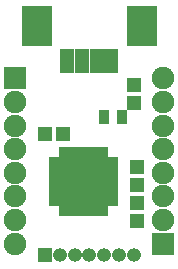
<source format=gts>
G04 #@! TF.FileFunction,Soldermask,Top*
%FSLAX46Y46*%
G04 Gerber Fmt 4.6, Leading zero omitted, Abs format (unit mm)*
G04 Created by KiCad (PCBNEW 4.0.1-stable) date 2016 March 10, Thursday 23:14:04*
%MOMM*%
G01*
G04 APERTURE LIST*
%ADD10C,0.100000*%
%ADD11R,1.197560X1.197560*%
%ADD12R,1.200000X1.150000*%
%ADD13R,1.150000X1.200000*%
%ADD14R,1.200000X1.200000*%
%ADD15O,1.200000X1.200000*%
%ADD16R,1.200000X2.000000*%
%ADD17R,2.500000X3.400000*%
%ADD18R,0.900000X1.300000*%
%ADD19R,1.100000X0.650000*%
%ADD20R,0.650000X1.100000*%
%ADD21R,2.125000X2.125000*%
%ADD22C,1.900000*%
%ADD23R,1.900000X1.900000*%
G04 APERTURE END LIST*
D10*
D11*
X98800000Y-47050700D03*
X98800000Y-48549300D03*
D12*
X91250000Y-51250000D03*
X92750000Y-51250000D03*
D13*
X99000000Y-55500000D03*
X99000000Y-54000000D03*
X99000000Y-57050000D03*
X99000000Y-58550000D03*
D14*
X91250000Y-61500000D03*
D15*
X92500000Y-61500000D03*
X93750000Y-61500000D03*
X95000000Y-61500000D03*
X96250000Y-61500000D03*
X97500000Y-61500000D03*
X98750000Y-61500000D03*
D16*
X96875000Y-44999800D03*
X95625000Y-44999800D03*
X94375000Y-44999800D03*
X93125000Y-44999800D03*
D17*
X99425000Y-42099800D03*
X90575000Y-42099800D03*
D18*
X97750000Y-49800000D03*
X96250000Y-49800000D03*
D19*
X96900000Y-57000000D03*
X96900000Y-56500000D03*
X96900000Y-56000000D03*
X96900000Y-55500000D03*
X96900000Y-55000000D03*
X96900000Y-54500000D03*
X96900000Y-54000000D03*
X96900000Y-53500000D03*
D20*
X96250000Y-52850000D03*
X95750000Y-52850000D03*
X95250000Y-52850000D03*
X94750000Y-52850000D03*
X94250000Y-52850000D03*
X93750000Y-52850000D03*
X93250000Y-52850000D03*
X92750000Y-52850000D03*
D19*
X92100000Y-53500000D03*
X92100000Y-54000000D03*
X92100000Y-54500000D03*
X92100000Y-55000000D03*
X92100000Y-55500000D03*
X92100000Y-56000000D03*
X92100000Y-56500000D03*
X92100000Y-57000000D03*
D20*
X92750000Y-57650000D03*
X93250000Y-57650000D03*
X93750000Y-57650000D03*
X94250000Y-57650000D03*
X94750000Y-57650000D03*
X95250000Y-57650000D03*
X95750000Y-57650000D03*
X96250000Y-57650000D03*
D21*
X93637500Y-54387500D03*
X93637500Y-56112500D03*
X95362500Y-54387500D03*
X95362500Y-56112500D03*
D22*
X88750000Y-60500000D03*
X88750000Y-58500000D03*
X88750000Y-56500000D03*
X88750000Y-54500000D03*
X88750000Y-52500000D03*
X88750000Y-50500000D03*
D23*
X88750000Y-46500000D03*
D22*
X88750000Y-48500000D03*
X101250000Y-46500000D03*
X101250000Y-48500000D03*
X101250000Y-50500000D03*
X101250000Y-52500000D03*
X101250000Y-54500000D03*
X101250000Y-56500000D03*
D23*
X101250000Y-60500000D03*
D22*
X101250000Y-58500000D03*
M02*

</source>
